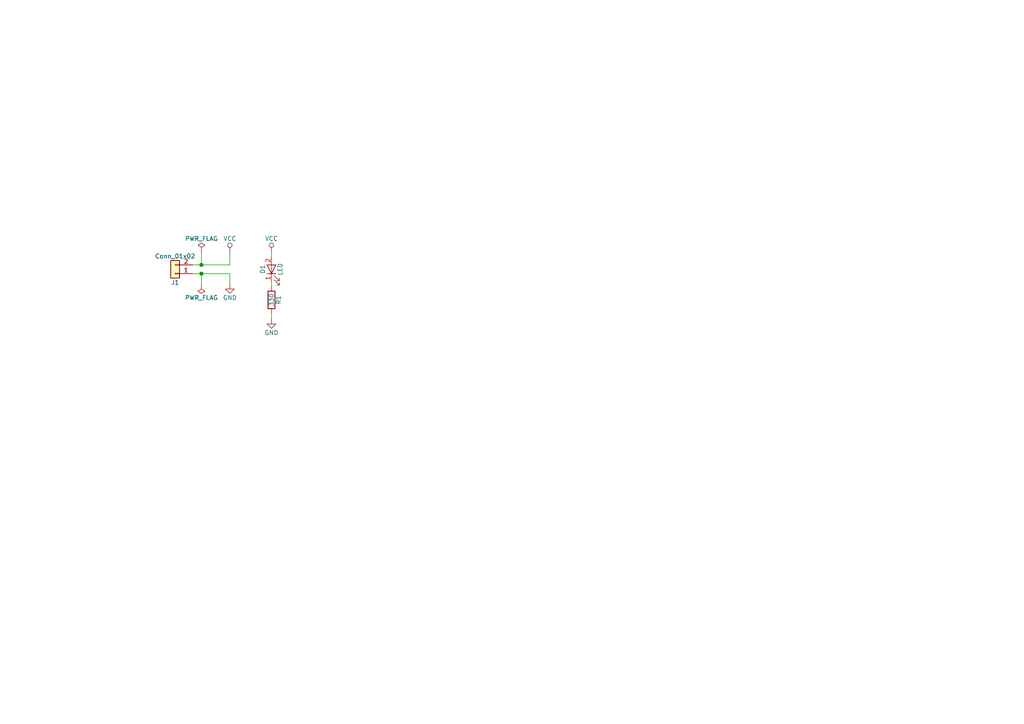
<source format=kicad_sch>
(kicad_sch (version 20200828) (generator eeschema)
  (page 1 1)
  (paper "A4")
  (lib_symbols
    (symbol "missing-lib-rescue:Conn_01x02-kicad4-project-rescue" (pin_names (offset 1.016) hide)
      (property "Reference" "J" (at 0 2.54 0))
      (property "Value" "Conn_01x02-kicad4-project-rescue" (at 0 -5.08 0))
      (symbol "Conn_01x02-kicad4-project-rescue_1_1"
        (rectangle (start -1.27 -2.413) (end 0 -2.667) (stroke (width 0.1524)))
        (rectangle (start -1.27 0.127) (end 0 -0.127) (stroke (width 0.1524)))
        (rectangle (start -1.27 1.27) (end 1.27 -3.81) (stroke (width 0.254)) (fill (type background)))
        (pin passive line (at -5.08 0 0) (length 3.81) (name "Pin_1") (number "1"))
        (pin passive line (at -5.08 -2.54 0) (length 3.81) (name "Pin_2") (number "2"))
      )
    )
    (symbol "missing-lib-rescue:GND-kicad4-project-rescue" (power) (pin_names (offset 0))
      (property "Value" "GND-kicad4-project-rescue" (at 0 -3.81 0))
      (symbol "GND-kicad4-project-rescue_0_1"
        (polyline (pts (xy 0 0) (xy 0 -1.27) (xy 1.27 -1.27) (xy 0 -2.54) (xy -1.27 -1.27) (xy 0 -1.27)))
      )
      (symbol "GND-kicad4-project-rescue_1_1"
        (pin power_in line (at 0 0 270) (length 0) hide (name "GND") (number "1"))
      )
    )
    (symbol "missing-lib-rescue:LED-kicad4-project-rescue" (pin_names (offset 1.016) hide)
      (property "Reference" "D" (at 0 2.54 0))
      (property "Value" "LED-kicad4-project-rescue" (at 0 -2.54 0))
      (symbol "LED-kicad4-project-rescue_0_1"
        (polyline (pts (xy -1.27 -1.27) (xy -1.27 1.27)) (stroke (width 0.2032)))
        (polyline (pts (xy -1.27 0) (xy 1.27 0)))
        (polyline (pts (xy 1.27 -1.27) (xy 1.27 1.27) (xy -1.27 0) (xy 1.27 -1.27)) (stroke (width 0.2032)))
        (polyline (pts (xy -3.048 -0.762) (xy -4.572 -2.286) (xy -3.81 -2.286) (xy -4.572 -2.286) (xy -4.572 -1.524)))
        (polyline (pts (xy -1.778 -0.762) (xy -3.302 -2.286) (xy -2.54 -2.286) (xy -3.302 -2.286) (xy -3.302 -1.524)))
      )
      (symbol "LED-kicad4-project-rescue_1_1"
        (pin passive line (at -3.81 0 0) (length 2.54) (name "K") (number "1"))
        (pin passive line (at 3.81 0 180) (length 2.54) (name "A") (number "2"))
      )
    )
    (symbol "missing-lib-rescue:PWR_FLAG-kicad4-project-rescue" (power) (pin_numbers hide) (pin_names (offset 0) hide)
      (property "Value" "PWR_FLAG-kicad4-project-rescue" (at 0 3.81 0))
      (symbol "PWR_FLAG-kicad4-project-rescue_0_1"
        (polyline (pts (xy 0 0) (xy 0 1.27) (xy -1.016 1.905) (xy 0 2.54) (xy 1.016 1.905) (xy 0 1.27)))
      )
      (symbol "PWR_FLAG-kicad4-project-rescue_0_0"
        (pin power_out line (at 0 0 90) (length 0) (name "pwr") (number "1"))
      )
    )
    (symbol "missing-lib-rescue:R-kicad4-project-rescue" (pin_numbers hide) (pin_names (offset 0))
      (property "Reference" "R" (at 2.032 0 90))
      (property "Value" "R-kicad4-project-rescue" (at 0 0 90))
      (symbol "R-kicad4-project-rescue_0_1"
        (rectangle (start -1.016 -2.54) (end 1.016 2.54) (stroke (width 0.254)))
      )
      (symbol "R-kicad4-project-rescue_1_1"
        (pin passive line (at 0 3.81 270) (length 1.27) (name "~") (number "1"))
        (pin passive line (at 0 -3.81 90) (length 1.27) (name "~") (number "2"))
      )
    )
    (symbol "missing-lib-rescue:VCC-kicad4-project-rescue" (power) (pin_names (offset 0))
      (property "Value" "VCC-kicad4-project-rescue" (at 0 3.81 0))
      (symbol "VCC-kicad4-project-rescue_0_1"
        (circle (center 0 1.905) (radius 0.635))
        (polyline (pts (xy 0 0) (xy 0 1.27)))
      )
      (symbol "VCC-kicad4-project-rescue_1_1"
        (pin power_in line (at 0 0 90) (length 0) hide (name "VCC") (number "1"))
      )
    )
  )
  (junction (at 58.42 76.835) (diameter 1.016))
  (junction (at 58.42 79.375) (diameter 1.016))
  (wire (pts (xy 55.88 76.835) (xy 58.42 76.835)))
  (wire (pts (xy 55.88 79.375) (xy 58.42 79.375)))
  (wire (pts (xy 58.42 73.025) (xy 58.42 76.835)))
  (wire (pts (xy 58.42 76.835) (xy 66.675 76.835)))
  (wire (pts (xy 58.42 79.375) (xy 66.675 79.375)))
  (wire (pts (xy 58.42 82.55) (xy 58.42 79.375)))
  (wire (pts (xy 66.675 76.835) (xy 66.675 73.025)))
  (wire (pts (xy 66.675 79.375) (xy 66.675 82.55)))
  (wire (pts (xy 78.74 73.025) (xy 78.74 74.295)))
  (wire (pts (xy 78.74 81.915) (xy 78.74 83.185)))
  (wire (pts (xy 78.74 90.805) (xy 78.74 92.71)))
  (symbol (lib_id "missing-lib-rescue:PWR_FLAG-kicad4-project-rescue") (at 58.42 73.025 0) (unit 1)
    (property "Reference" "#FLG04" (effects hide))
    (property "Value" "PWR_FLAG" (at 58.42 69.215 0))
  )
  (symbol (lib_id "missing-lib-rescue:PWR_FLAG-kicad4-project-rescue") (at 58.42 82.55 180) (unit 1)
    (property "Reference" "#FLG05" (effects hide))
    (property "Value" "PWR_FLAG" (at 58.42 86.36 0))
  )
  (symbol (lib_id "missing-lib-rescue:VCC-kicad4-project-rescue") (at 66.675 73.025 0) (unit 1)
    (property "Reference" "#PWR02" (effects hide))
    (property "Value" "VCC" (at 66.675 69.215 0))
  )
  (symbol (lib_id "missing-lib-rescue:VCC-kicad4-project-rescue") (at 78.74 73.025 0) (unit 1)
    (property "Reference" "#PWR01" (effects hide))
    (property "Value" "VCC" (at 78.74 69.215 0))
  )
  (symbol (lib_id "missing-lib-rescue:GND-kicad4-project-rescue") (at 66.675 82.55 0) (unit 1)
    (property "Reference" "#PWR03" (effects hide))
    (property "Value" "GND" (at 66.675 86.36 0))
  )
  (symbol (lib_id "missing-lib-rescue:GND-kicad4-project-rescue") (at 78.74 92.71 0) (unit 1)
    (property "Reference" "#PWR?" (effects hide))
    (property "Value" "GND" (at 78.74 96.52 0))
  )
  (symbol (lib_id "missing-lib-rescue:R-kicad4-project-rescue") (at 78.74 86.995 0) (unit 1)
    (property "Reference" "R1" (at 80.772 86.995 90))
    (property "Value" "330" (at 78.74 86.995 90))
    (property "Footprint" "Resistor_SMD:R_0603_1608Metric" (effects hide))
  )
  (symbol (lib_id "missing-lib-rescue:LED-kicad4-project-rescue") (at 78.74 78.105 90) (unit 1)
    (property "Reference" "D1" (at 76.2 78.105 0))
    (property "Value" "LED" (at 81.28 78.105 0))
    (property "Footprint" "LED_SMD:LED_0805_2012Metric" (effects hide))
  )
  (symbol (lib_id "missing-lib-rescue:Conn_01x02-kicad4-project-rescue") (at 50.8 79.375 180) (unit 1)
    (property "Reference" "J1" (at 50.8 81.915 0))
    (property "Value" "Conn_01x02" (at 50.8 74.295 0))
    (property "Footprint" "Connector_PinHeader_2.54mm:PinHeader_1x02_P2.54mm_Vertical" (effects hide))
  )
)
</source>
